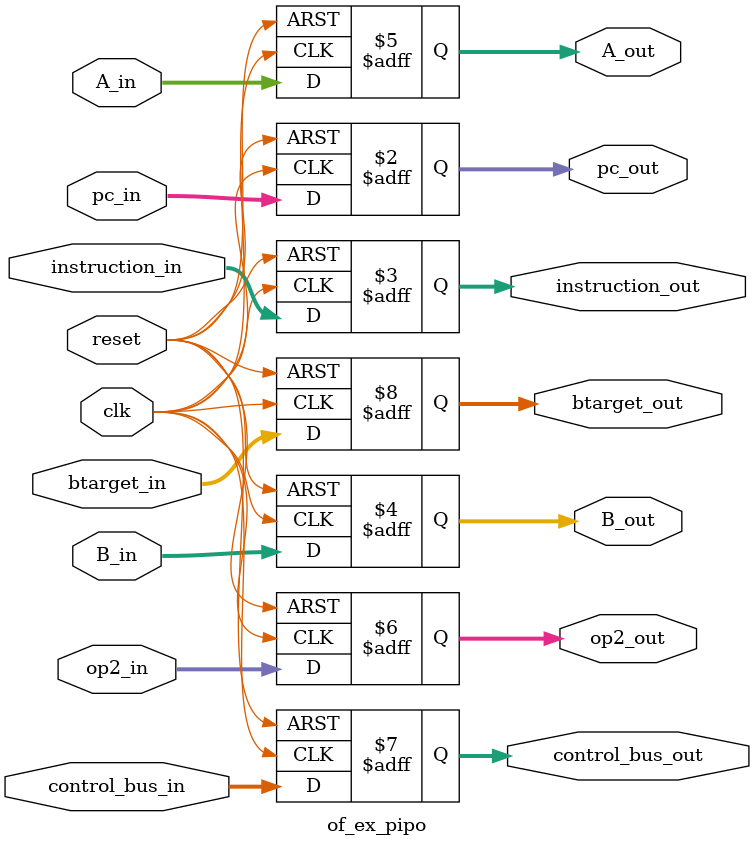
<source format=v>
`timescale 1ns / 1ps


module of_ex_pipo(
    input clk,
    input reset,
    input [31:0] pc_in,
    input [31:0] instruction_in,
    input [31:0] B_in,
    input [31:0] A_in,
    input [31:0] op2_in,
    input [23:0] control_bus_in,
     input [31:0] btarget_in,
    output reg [31:0] pc_out,
    output reg [31:0] instruction_out,
     output reg [31:0] B_out,
    output reg[31:0] A_out,
    output reg[31:0] op2_out,
    output reg[23:0] control_bus_out,
    output reg [31:0] btarget_out
);
    always @(posedge clk or posedge reset) begin
        if (reset) begin
            pc_out <= 32'b0;
            instruction_out <= 32'b0;
            B_out<=32'b0;
            A_out<=32'b0;
            op2_out<=32'b0;
            control_bus_out<=32'b0;
            btarget_out<=32'b0;
            
        end else begin
            pc_out <= pc_in;
            instruction_out <= instruction_in;
             B_out<=B_in;
            A_out<= A_in;
            op2_out<=op2_in;
            control_bus_out<=control_bus_in;
            btarget_out<=btarget_in;
            
        end
    end
endmodule
</source>
